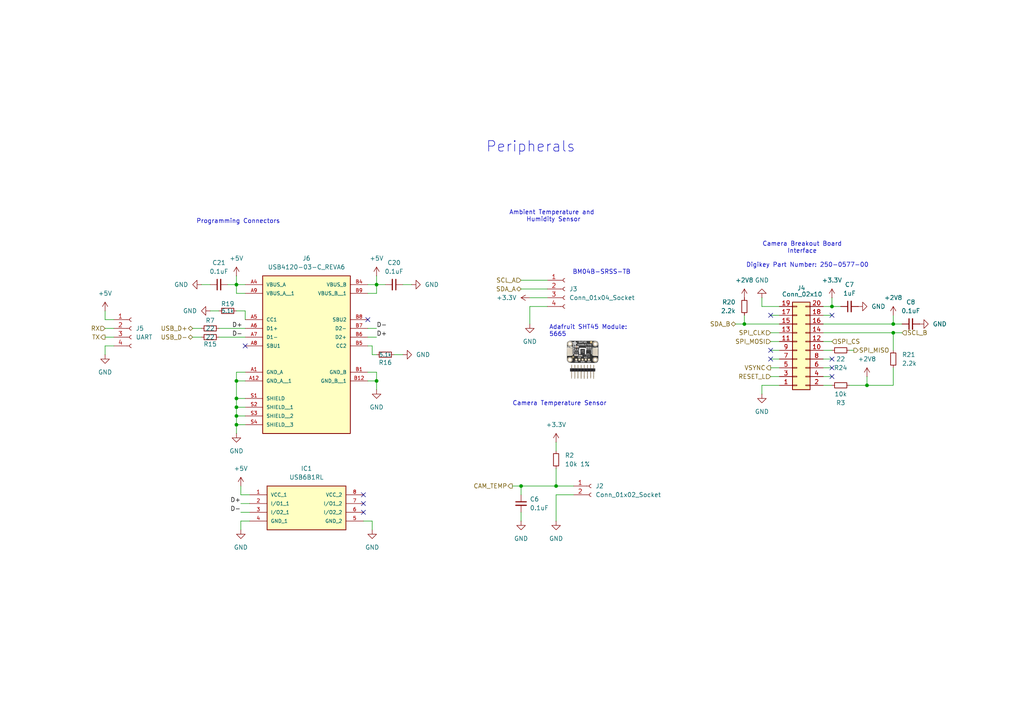
<source format=kicad_sch>
(kicad_sch (version 20231120) (generator "eeschema") (generator_version "8.0")
  (paper "A4")
  (lib_symbols
    (symbol "Connector:Conn_01x02_Socket" (pin_names (offset 1.016) hide)
      (property "Reference" "J" (at 0 2.54 0))
      (property "Value" "Conn_01x02_Socket" (at 0 -5.08 0))
      (symbol "Conn_01x02_Socket_1_1"
        (arc (start 0 -2.032) (mid -0.5058 -2.54) (end 0 -3.048) (stroke (width 0.1524)))
        (polyline (pts (xy -1.27 -2.54) (xy -0.508 -2.54)) (stroke (width 0.1524)))
        (polyline (pts (xy -1.27 0) (xy -0.508 0)) (stroke (width 0.1524)))
        (arc (start 0 0.508) (mid -0.5058 0) (end 0 -0.508) (stroke (width 0.1524)))
        (pin passive line (at -5.08 0 0) (length 3.81) (name "Pin_1") (number "1"))
        (pin passive line (at -5.08 -2.54 0) (length 3.81) (name "Pin_2") (number "2"))
      )
    )
    (symbol "Connector:Conn_01x04_Socket" (pin_names (offset 1.016) hide)
      (property "Reference" "J" (at 0 5.08 0))
      (property "Value" "Conn_01x04_Socket" (at 0 -7.62 0))
      (symbol "Conn_01x04_Socket_1_1"
        (arc (start 0 -4.572) (mid -0.5058 -5.08) (end 0 -5.588) (stroke (width 0.1524)))
        (arc (start 0 -2.032) (mid -0.5058 -2.54) (end 0 -3.048) (stroke (width 0.1524)))
        (polyline (pts (xy -1.27 -5.08) (xy -0.508 -5.08)) (stroke (width 0.1524)))
        (polyline (pts (xy -1.27 -2.54) (xy -0.508 -2.54)) (stroke (width 0.1524)))
        (polyline (pts (xy -1.27 0) (xy -0.508 0)) (stroke (width 0.1524)))
        (polyline (pts (xy -1.27 2.54) (xy -0.508 2.54)) (stroke (width 0.1524)))
        (arc (start 0 0.508) (mid -0.5058 0) (end 0 -0.508) (stroke (width 0.1524)))
        (arc (start 0 3.048) (mid -0.5058 2.54) (end 0 2.032) (stroke (width 0.1524)))
        (pin passive line (at -5.08 2.54 0) (length 3.81) (name "Pin_1") (number "1"))
        (pin passive line (at -5.08 0 0) (length 3.81) (name "Pin_2") (number "2"))
        (pin passive line (at -5.08 -2.54 0) (length 3.81) (name "Pin_3") (number "3"))
        (pin passive line (at -5.08 -5.08 0) (length 3.81) (name "Pin_4") (number "4"))
      )
    )
    (symbol "Connector_Generic:Conn_02x10_Odd_Even" (pin_names (offset 1.016) hide)
      (property "Reference" "J" (at 1.27 12.7 0))
      (property "Value" "Conn_02x10_Odd_Even" (at 1.27 -15.24 0))
      (symbol "Conn_02x10_Odd_Even_1_1"
        (rectangle (start -1.27 -12.573) (end 0 -12.827) (stroke (width 0.1524)))
        (rectangle (start -1.27 -10.033) (end 0 -10.287) (stroke (width 0.1524)))
        (rectangle (start -1.27 -7.493) (end 0 -7.747) (stroke (width 0.1524)))
        (rectangle (start -1.27 -4.953) (end 0 -5.207) (stroke (width 0.1524)))
        (rectangle (start -1.27 -2.413) (end 0 -2.667) (stroke (width 0.1524)))
        (rectangle (start -1.27 0.127) (end 0 -0.127) (stroke (width 0.1524)))
        (rectangle (start -1.27 2.667) (end 0 2.413) (stroke (width 0.1524)))
        (rectangle (start -1.27 5.207) (end 0 4.953) (stroke (width 0.1524)))
        (rectangle (start -1.27 7.747) (end 0 7.493) (stroke (width 0.1524)))
        (rectangle (start -1.27 10.287) (end 0 10.033) (stroke (width 0.1524)))
        (rectangle (start -1.27 11.43) (end 3.81 -13.97) (stroke (width 0.254)) (fill (type background)))
        (rectangle (start 3.81 -12.573) (end 2.54 -12.827) (stroke (width 0.1524)))
        (rectangle (start 3.81 -10.033) (end 2.54 -10.287) (stroke (width 0.1524)))
        (rectangle (start 3.81 -7.493) (end 2.54 -7.747) (stroke (width 0.1524)))
        (rectangle (start 3.81 -4.953) (end 2.54 -5.207) (stroke (width 0.1524)))
        (rectangle (start 3.81 -2.413) (end 2.54 -2.667) (stroke (width 0.1524)))
        (rectangle (start 3.81 0.127) (end 2.54 -0.127) (stroke (width 0.1524)))
        (rectangle (start 3.81 2.667) (end 2.54 2.413) (stroke (width 0.1524)))
        (rectangle (start 3.81 5.207) (end 2.54 4.953) (stroke (width 0.1524)))
        (rectangle (start 3.81 7.747) (end 2.54 7.493) (stroke (width 0.1524)))
        (rectangle (start 3.81 10.287) (end 2.54 10.033) (stroke (width 0.1524)))
        (pin passive line (at -5.08 10.16 0) (length 3.81) (name "Pin_1") (number "1"))
        (pin passive line (at 7.62 0 180) (length 3.81) (name "Pin_10") (number "10"))
        (pin passive line (at -5.08 -2.54 0) (length 3.81) (name "Pin_11") (number "11"))
        (pin passive line (at 7.62 -2.54 180) (length 3.81) (name "Pin_12") (number "12"))
        (pin passive line (at -5.08 -5.08 0) (length 3.81) (name "Pin_13") (number "13"))
        (pin passive line (at 7.62 -5.08 180) (length 3.81) (name "Pin_14") (number "14"))
        (pin passive line (at -5.08 -7.62 0) (length 3.81) (name "Pin_15") (number "15"))
        (pin passive line (at 7.62 -7.62 180) (length 3.81) (name "Pin_16") (number "16"))
        (pin passive line (at -5.08 -10.16 0) (length 3.81) (name "Pin_17") (number "17"))
        (pin passive line (at 7.62 -10.16 180) (length 3.81) (name "Pin_18") (number "18"))
        (pin passive line (at -5.08 -12.7 0) (length 3.81) (name "Pin_19") (number "19"))
        (pin passive line (at 7.62 10.16 180) (length 3.81) (name "Pin_2") (number "2"))
        (pin passive line (at 7.62 -12.7 180) (length 3.81) (name "Pin_20") (number "20"))
        (pin passive line (at -5.08 7.62 0) (length 3.81) (name "Pin_3") (number "3"))
        (pin passive line (at 7.62 7.62 180) (length 3.81) (name "Pin_4") (number "4"))
        (pin passive line (at -5.08 5.08 0) (length 3.81) (name "Pin_5") (number "5"))
        (pin passive line (at 7.62 5.08 180) (length 3.81) (name "Pin_6") (number "6"))
        (pin passive line (at -5.08 2.54 0) (length 3.81) (name "Pin_7") (number "7"))
        (pin passive line (at 7.62 2.54 180) (length 3.81) (name "Pin_8") (number "8"))
        (pin passive line (at -5.08 0 0) (length 3.81) (name "Pin_9") (number "9"))
      )
    )
    (symbol "Device:C_Small" (pin_numbers hide) (pin_names (offset 0.254) hide)
      (property "Reference" "C" (at 0.254 1.778 0))
      (property "Value" "C_Small" (at 0.254 -2.032 0))
      (symbol "C_Small_0_1"
        (polyline (pts (xy -1.524 -0.508) (xy 1.524 -0.508)) (stroke (width 0.3302)))
        (polyline (pts (xy -1.524 0.508) (xy 1.524 0.508)) (stroke (width 0.3048)))
      )
      (symbol "C_Small_1_1"
        (pin passive line (at 0 2.54 270) (length 2.032) (name "~") (number "1"))
        (pin passive line (at 0 -2.54 90) (length 2.032) (name "~") (number "2"))
      )
    )
    (symbol "Device:R_Small" (pin_numbers hide) (pin_names (offset 0.254) hide)
      (property "Reference" "R" (at 0.762 0.508 0))
      (property "Value" "R_Small" (at 0.762 -1.016 0))
      (symbol "R_Small_0_1"
        (rectangle (start -0.762 1.778) (end 0.762 -1.778) (stroke (width 0.2032)))
      )
      (symbol "R_Small_1_1"
        (pin passive line (at 0 2.54 270) (length 0.762) (name "~") (number "1"))
        (pin passive line (at 0 -2.54 90) (length 0.762) (name "~") (number "2"))
      )
    )
    (symbol "USB4120-03-C_REVA6:USB4120-03-C_REVA6" (pin_names (offset 1.016))
      (property "Reference" "J" (at -12.7 16.002 0))
      (property "Value" "USB4120-03-C_REVA6" (at -12.7 -31.242 0))
      (symbol "USB4120-03-C_REVA6_0_0"
        (rectangle (start -12.7 -30.48) (end 12.7 15.24) (stroke (width 0.254)) (fill (type background)))
        (pin power_in line (at -17.78 -12.7 0) (length 5.08) (name "GND_A") (number "A1"))
        (pin power_in line (at -17.78 -15.24 0) (length 5.08) (name "GND_A__1") (number "A12"))
        (pin power_in line (at -17.78 12.7 0) (length 5.08) (name "VBUS_A") (number "A4"))
        (pin bidirectional line (at -17.78 2.54 0) (length 5.08) (name "CC1") (number "A5"))
        (pin bidirectional line (at -17.78 0 0) (length 5.08) (name "D1+") (number "A6"))
        (pin bidirectional line (at -17.78 -2.54 0) (length 5.08) (name "D1-") (number "A7"))
        (pin bidirectional line (at -17.78 -5.08 0) (length 5.08) (name "SBU1") (number "A8"))
        (pin power_in line (at -17.78 10.16 0) (length 5.08) (name "VBUS_A__1") (number "A9"))
        (pin power_in line (at 17.78 -12.7 180) (length 5.08) (name "GND_B") (number "B1"))
        (pin power_in line (at 17.78 -15.24 180) (length 5.08) (name "GND_B__1") (number "B12"))
        (pin power_in line (at 17.78 12.7 180) (length 5.08) (name "VBUS_B") (number "B4"))
        (pin bidirectional line (at 17.78 -5.08 180) (length 5.08) (name "CC2") (number "B5"))
        (pin bidirectional line (at 17.78 -2.54 180) (length 5.08) (name "D2+") (number "B6"))
        (pin bidirectional line (at 17.78 0 180) (length 5.08) (name "D2-") (number "B7"))
        (pin bidirectional line (at 17.78 2.54 180) (length 5.08) (name "SBU2") (number "B8"))
        (pin power_in line (at 17.78 10.16 180) (length 5.08) (name "VBUS_B__1") (number "B9"))
        (pin passive line (at -17.78 -20.32 0) (length 5.08) (name "SHIELD") (number "S1"))
        (pin passive line (at -17.78 -22.86 0) (length 5.08) (name "SHIELD__1") (number "S2"))
        (pin passive line (at -17.78 -25.4 0) (length 5.08) (name "SHIELD__2") (number "S3"))
        (pin passive line (at -17.78 -27.94 0) (length 5.08) (name "SHIELD__3") (number "S4"))
      )
    )
    (symbol "USB6B1RL:USB6B1RL" (pin_names (offset 1.016))
      (property "Reference" "IC" (at 29.21 7.62 0))
      (property "Value" "USB6B1RL" (at 29.21 5.08 0))
      (symbol "USB6B1RL_0_0"
        (rectangle (start 5.08 -10.16) (end 27.94 2.54) (stroke (width 0.254)) (fill (type background)))
        (pin bidirectional line (at 0 0 0) (length 5.08) (name "VCC_1") (number "1"))
        (pin bidirectional line (at 0 -2.54 0) (length 5.08) (name "I/O1_1") (number "2"))
        (pin bidirectional line (at 0 -5.08 0) (length 5.08) (name "I/O2_1") (number "3"))
        (pin bidirectional line (at 0 -7.62 0) (length 5.08) (name "GND_1") (number "4"))
        (pin bidirectional line (at 33.02 -7.62 180) (length 5.08) (name "GND_2") (number "5"))
        (pin bidirectional line (at 33.02 -5.08 180) (length 5.08) (name "I/O2_2") (number "6"))
        (pin bidirectional line (at 33.02 -2.54 180) (length 5.08) (name "I/O1_2") (number "7"))
        (pin bidirectional line (at 33.02 0 180) (length 5.08) (name "VCC_2") (number "8"))
      )
    )
    (symbol "power:+2V8" (power) (pin_numbers hide) (pin_names (offset 0) hide)
      (property "Value" "+2V8" (at 0 3.556 0))
      (symbol "+2V8_0_1"
        (polyline (pts (xy -0.762 1.27) (xy 0 2.54)))
        (polyline (pts (xy 0 0) (xy 0 2.54)))
        (polyline (pts (xy 0 2.54) (xy 0.762 1.27)))
      )
      (symbol "+2V8_1_1"
        (pin power_in line (at 0 0 90) (length 0) (name "~") (number "1"))
      )
    )
    (symbol "power:+3.3V" (power) (pin_numbers hide) (pin_names (offset 0) hide)
      (property "Value" "+3.3V" (at 0 3.556 0))
      (symbol "+3.3V_0_1"
        (polyline (pts (xy -0.762 1.27) (xy 0 2.54)))
        (polyline (pts (xy 0 0) (xy 0 2.54)))
        (polyline (pts (xy 0 2.54) (xy 0.762 1.27)))
      )
      (symbol "+3.3V_1_1"
        (pin power_in line (at 0 0 90) (length 0) (name "~") (number "1"))
      )
    )
    (symbol "power:+5V" (power) (pin_numbers hide) (pin_names (offset 0) hide)
      (property "Value" "+5V" (at 0 3.556 0))
      (symbol "+5V_0_1"
        (polyline (pts (xy -0.762 1.27) (xy 0 2.54)))
        (polyline (pts (xy 0 0) (xy 0 2.54)))
        (polyline (pts (xy 0 2.54) (xy 0.762 1.27)))
      )
      (symbol "+5V_1_1"
        (pin power_in line (at 0 0 90) (length 0) (name "~") (number "1"))
      )
    )
    (symbol "power:GND" (power) (pin_numbers hide) (pin_names (offset 0) hide)
      (property "Value" "GND" (at 0 -3.81 0))
      (symbol "GND_0_1"
        (polyline (pts (xy 0 0) (xy 0 -1.27) (xy 1.27 -1.27) (xy 0 -2.54) (xy -1.27 -1.27) (xy 0 -1.27)))
      )
      (symbol "GND_1_1"
        (pin power_in line (at 0 0 270) (length 0) (name "~") (number "1"))
      )
    )
  )
  (junction (at 68.58 118.11))
  (junction (at 251.46 111.76))
  (junction (at 68.58 82.55))
  (junction (at 241.3 88.9))
  (junction (at 259.08 96.52))
  (junction (at 259.08 93.98))
  (junction (at 68.58 123.19))
  (junction (at 109.22 82.55))
  (junction (at 215.9 93.98))
  (junction (at 68.58 115.57))
  (junction (at 68.58 120.65))
  (junction (at 68.58 110.49))
  (junction (at 161.29 140.97))
  (junction (at 151.13 140.97))
  (junction (at 109.22 110.49))
  (no_connect (at 241.3 91.44))
  (no_connect (at 223.52 101.6))
  (no_connect (at 223.52 104.14))
  (no_connect (at 105.41 146.05))
  (no_connect (at 241.3 104.14))
  (no_connect (at 105.41 143.51))
  (no_connect (at 223.52 91.44))
  (no_connect (at 241.3 109.22))
  (no_connect (at 71.12 100.33))
  (no_connect (at 106.68 92.71))
  (no_connect (at 241.3 106.68))
  (no_connect (at 105.41 148.59))
  (wire (pts (xy 215.9 93.98) (xy 226.06 93.98)))
  (wire (pts (xy 68.58 118.11) (xy 71.12 118.11)))
  (wire (pts (xy 69.85 151.13) (xy 69.85 153.67)))
  (wire (pts (xy 151.13 140.97) (xy 151.13 143.51)))
  (wire (pts (xy 71.12 82.55) (xy 68.58 82.55)))
  (wire (pts (xy 161.29 135.89) (xy 161.29 140.97)))
  (wire (pts (xy 220.98 111.76) (xy 226.06 111.76)))
  (wire (pts (xy 106.68 97.79) (xy 109.22 97.79)))
  (wire (pts (xy 148.59 140.97) (xy 151.13 140.97)))
  (wire (pts (xy 109.22 82.55) (xy 109.22 85.09)))
  (wire (pts (xy 153.67 88.9) (xy 153.67 93.98)))
  (wire (pts (xy 105.41 151.13) (xy 107.95 151.13)))
  (wire (pts (xy 220.98 111.76) (xy 220.98 114.3)))
  (wire (pts (xy 69.85 146.05) (xy 72.39 146.05)))
  (wire (pts (xy 107.95 151.13) (xy 107.95 153.67)))
  (wire (pts (xy 151.13 83.82) (xy 158.75 83.82)))
  (wire (pts (xy 58.42 82.55) (xy 60.96 82.55)))
  (wire (pts (xy 109.22 85.09) (xy 106.68 85.09)))
  (wire (pts (xy 223.52 106.68) (xy 226.06 106.68)))
  (wire (pts (xy 68.58 120.65) (xy 71.12 120.65)))
  (wire (pts (xy 246.38 111.76) (xy 251.46 111.76)))
  (wire (pts (xy 223.52 104.14) (xy 226.06 104.14)))
  (wire (pts (xy 72.39 143.51) (xy 69.85 143.51)))
  (wire (pts (xy 238.76 104.14) (xy 241.3 104.14)))
  (wire (pts (xy 33.02 100.33) (xy 30.48 100.33)))
  (wire (pts (xy 60.96 90.17) (xy 63.5 90.17)))
  (wire (pts (xy 161.29 128.27) (xy 161.29 130.81)))
  (wire (pts (xy 30.48 90.17) (xy 30.48 92.71)))
  (wire (pts (xy 68.58 110.49) (xy 68.58 115.57)))
  (wire (pts (xy 68.58 123.19) (xy 68.58 125.73)))
  (wire (pts (xy 238.76 106.68) (xy 241.3 106.68)))
  (wire (pts (xy 58.42 97.79) (xy 55.88 97.79)))
  (wire (pts (xy 109.22 110.49) (xy 109.22 113.03)))
  (wire (pts (xy 69.85 148.59) (xy 72.39 148.59)))
  (wire (pts (xy 68.58 85.09) (xy 71.12 85.09)))
  (wire (pts (xy 153.67 86.36) (xy 158.75 86.36)))
  (wire (pts (xy 116.84 102.87) (xy 114.3 102.87)))
  (wire (pts (xy 238.76 91.44) (xy 241.3 91.44)))
  (wire (pts (xy 109.22 80.01) (xy 109.22 82.55)))
  (wire (pts (xy 259.08 96.52) (xy 259.08 101.6)))
  (wire (pts (xy 259.08 91.44) (xy 259.08 93.98)))
  (wire (pts (xy 166.37 140.97) (xy 161.29 140.97)))
  (wire (pts (xy 259.08 111.76) (xy 251.46 111.76)))
  (wire (pts (xy 251.46 109.22) (xy 251.46 111.76)))
  (wire (pts (xy 213.36 93.98) (xy 215.9 93.98)))
  (wire (pts (xy 223.52 91.44) (xy 226.06 91.44)))
  (wire (pts (xy 68.58 118.11) (xy 68.58 120.65)))
  (wire (pts (xy 30.48 100.33) (xy 30.48 102.87)))
  (wire (pts (xy 106.68 82.55) (xy 109.22 82.55)))
  (wire (pts (xy 107.95 102.87) (xy 107.95 100.33)))
  (wire (pts (xy 68.58 120.65) (xy 68.58 123.19)))
  (wire (pts (xy 71.12 90.17) (xy 71.12 92.71)))
  (wire (pts (xy 223.52 109.22) (xy 226.06 109.22)))
  (wire (pts (xy 241.3 88.9) (xy 243.84 88.9)))
  (wire (pts (xy 238.76 99.06) (xy 241.3 99.06)))
  (wire (pts (xy 223.52 101.6) (xy 226.06 101.6)))
  (wire (pts (xy 33.02 92.71) (xy 30.48 92.71)))
  (wire (pts (xy 220.98 88.9) (xy 226.06 88.9)))
  (wire (pts (xy 238.76 88.9) (xy 241.3 88.9)))
  (wire (pts (xy 259.08 106.68) (xy 259.08 111.76)))
  (wire (pts (xy 72.39 151.13) (xy 69.85 151.13)))
  (wire (pts (xy 151.13 81.28) (xy 158.75 81.28)))
  (wire (pts (xy 30.48 97.79) (xy 33.02 97.79)))
  (wire (pts (xy 106.68 107.95) (xy 109.22 107.95)))
  (wire (pts (xy 223.52 99.06) (xy 226.06 99.06)))
  (wire (pts (xy 119.38 82.55) (xy 116.84 82.55)))
  (wire (pts (xy 68.58 90.17) (xy 71.12 90.17)))
  (wire (pts (xy 68.58 123.19) (xy 71.12 123.19)))
  (wire (pts (xy 68.58 115.57) (xy 71.12 115.57)))
  (wire (pts (xy 158.75 88.9) (xy 153.67 88.9)))
  (wire (pts (xy 241.3 86.36) (xy 241.3 88.9)))
  (wire (pts (xy 71.12 107.95) (xy 68.58 107.95)))
  (wire (pts (xy 68.58 110.49) (xy 71.12 110.49)))
  (wire (pts (xy 220.98 86.36) (xy 220.98 88.9)))
  (wire (pts (xy 106.68 110.49) (xy 109.22 110.49)))
  (wire (pts (xy 58.42 95.25) (xy 55.88 95.25)))
  (wire (pts (xy 66.04 82.55) (xy 68.58 82.55)))
  (wire (pts (xy 238.76 109.22) (xy 241.3 109.22)))
  (wire (pts (xy 63.5 95.25) (xy 71.12 95.25)))
  (wire (pts (xy 106.68 95.25) (xy 109.22 95.25)))
  (wire (pts (xy 63.5 97.79) (xy 71.12 97.79)))
  (wire (pts (xy 68.58 107.95) (xy 68.58 110.49)))
  (wire (pts (xy 111.76 82.55) (xy 109.22 82.55)))
  (wire (pts (xy 68.58 115.57) (xy 68.58 118.11)))
  (wire (pts (xy 107.95 100.33) (xy 106.68 100.33)))
  (wire (pts (xy 30.48 95.25) (xy 33.02 95.25)))
  (wire (pts (xy 215.9 91.44) (xy 215.9 93.98)))
  (wire (pts (xy 238.76 93.98) (xy 259.08 93.98)))
  (wire (pts (xy 259.08 93.98) (xy 261.62 93.98)))
  (wire (pts (xy 247.65 101.6) (xy 246.38 101.6)))
  (wire (pts (xy 69.85 140.97) (xy 69.85 143.51)))
  (wire (pts (xy 151.13 148.59) (xy 151.13 151.13)))
  (wire (pts (xy 238.76 111.76) (xy 241.3 111.76)))
  (wire (pts (xy 166.37 143.51) (xy 161.29 143.51)))
  (wire (pts (xy 238.76 96.52) (xy 259.08 96.52)))
  (wire (pts (xy 161.29 143.51) (xy 161.29 151.13)))
  (wire (pts (xy 109.22 102.87) (xy 107.95 102.87)))
  (wire (pts (xy 238.76 101.6) (xy 241.3 101.6)))
  (wire (pts (xy 151.13 140.97) (xy 161.29 140.97)))
  (wire (pts (xy 259.08 96.52) (xy 261.62 96.52)))
  (wire (pts (xy 68.58 82.55) (xy 68.58 85.09)))
  (wire (pts (xy 109.22 107.95) (xy 109.22 110.49)))
  (wire (pts (xy 223.52 96.52) (xy 226.06 96.52)))
  (wire (pts (xy 68.58 80.01) (xy 68.58 82.55)))
  (image (at 168.91 104.14) (scale 0.131925))
  (text "Camera Temperature Sensor" (at 162.306 117.094 0) (effects (font (size 1.27 1.27))))
  (text "Programming Connectors" (at 69.088 64.262 0) (effects (font (size 1.27 1.27))))
  (text "Digikey Part Number: 250-0577-00" (at 234.188 76.962 0) (effects (font (size 1.27 1.27))))
  (text "Ambient Temperature and \nHumidity Sensor" (at 160.528 62.738 0) (effects (font (size 1.27 1.27))))
  (text "Camera Breakout Board\nInterface" (at 232.664 71.882 0) (effects (font (size 1.27 1.27))))
  (text "Peripherals" (at 153.924 42.672 0) (effects (font (size 3.048 3.048))))
  (text "BM04B-SRSS-TB" (at 174.498 78.994 0) (effects (font (size 1.27 1.27))))
  (text "Adafruit SHT45 Module: 	\n5665" (at 159.258 96.012 0) (effects (font (size 1.27 1.27)) (justify left)))
  (label "D-" (at 67.31 97.79 0))
  (label "D-" (at 109.22 95.25 0))
  (label "D+" (at 109.22 97.79 0))
  (label "D-" (at 69.85 148.59 180))
  (label "D+" (at 67.31 95.25 0))
  (label "D+" (at 69.85 146.05 180))
  (hierarchical_label "SPI_CLK" (shape input) (at 223.52 96.52 180))
  (hierarchical_label "SCL_B" (shape input) (at 261.62 96.52 0))
  (hierarchical_label "SPI_CS" (shape input) (at 241.3 99.06 0))
  (hierarchical_label "SCL_A" (shape input) (at 151.13 81.28 180))
  (hierarchical_label "RESET_L" (shape input) (at 223.52 109.22 180))
  (hierarchical_label "SDA_B" (shape bidirectional) (at 213.36 93.98 180))
  (hierarchical_label "VSYNC" (shape output) (at 223.52 106.68 180))
  (hierarchical_label "SDA_A" (shape bidirectional) (at 151.13 83.82 180))
  (hierarchical_label "TX" (shape output) (at 30.48 97.79 180))
  (hierarchical_label "USB_D-" (shape bidirectional) (at 55.88 97.79 180))
  (hierarchical_label "SPI_MISO" (shape output) (at 247.65 101.6 0))
  (hierarchical_label "RX" (shape input) (at 30.48 95.25 180))
  (hierarchical_label "USB_D+" (shape bidirectional) (at 55.88 95.25 180))
  (hierarchical_label "CAM_TEMP" (shape output) (at 148.59 140.97 180))
  (hierarchical_label "SPI_MOSI" (shape input) (at 223.52 99.06 180))
  (symbol (lib_id "power:GND") (at 153.67 93.98 0) (unit 1)
    (property "Reference" "#PWR011" (effects (hide yes)))
    (property "Value" "GND" (at 153.67 99.06 0))
    (property "Description" "Power symbol creates a global label with name \"GND\" , ground" (effects (hide yes)))
  )
  (symbol (lib_id "power:GND") (at 107.95 153.67 0) (mirror y) (unit 1)
    (property "Reference" "#PWR055" (effects (hide yes)))
    (property "Value" "GND" (at 107.95 158.75 0))
    (property "Description" "Power symbol creates a global label with name \"GND\" , ground" (effects (hide yes)))
  )
  (symbol (lib_id "power:GND") (at 161.29 151.13 0) (unit 1)
    (property "Reference" "#PWR09" (effects (hide yes)))
    (property "Value" "GND" (at 161.29 156.21 0))
    (property "Description" "Power symbol creates a global label with name \"GND\" , ground" (effects (hide yes)))
  )
  (symbol (lib_id "power:GND") (at 151.13 151.13 0) (unit 1)
    (property "Reference" "#PWR07" (effects (hide yes)))
    (property "Value" "GND" (at 151.13 156.21 0))
    (property "Description" "Power symbol creates a global label with name \"GND\" , ground" (effects (hide yes)))
  )
  (symbol (lib_id "power:GND") (at 220.98 86.36 180) (unit 1)
    (property "Reference" "#PWR012" (effects (hide yes)))
    (property "Value" "GND" (at 220.98 81.28 0))
    (property "Description" "Power symbol creates a global label with name \"GND\" , ground" (effects (hide yes)))
  )
  (symbol (lib_id "power:+5V") (at 69.85 140.97 0) (unit 1)
    (property "Reference" "#PWR070" (effects (hide yes)))
    (property "Value" "+5V" (at 69.85 135.89 0))
    (property "Description" "Power symbol creates a global label with name \"+5V\"" (effects (hide yes)))
  )
  (symbol (lib_id "Device:R_Small") (at 243.84 101.6 90) (unit 1)
    (property "Reference" "R24" (at 243.84 106.68 90))
    (property "Value" "22" (at 243.84 104.14 90))
    (property "Footprint" "Resistor_SMD:R_0805_2012Metric_Pad1.20x1.40mm_HandSolder" (effects (hide yes)))
    (property "Description" "Resistor, small symbol" (effects (hide yes)))
  )
  (symbol (lib_id "Device:C_Small") (at 114.3 82.55 270) (mirror x) (unit 1)
    (property "Reference" "C20" (at 114.2937 76.2 90))
    (property "Value" "0.1uF" (at 114.2937 78.74 90))
    (property "Footprint" "Capacitor_SMD:C_0805_2012Metric_Pad1.18x1.45mm_HandSolder" (effects (hide yes)))
    (property "Description" "Unpolarized capacitor, small symbol" (effects (hide yes)))
  )
  (symbol (lib_id "Device:R_Small") (at 161.29 133.35 0) (mirror y) (unit 1)
    (property "Reference" "R2" (at 163.83 132.0799 0) (effects (justify right)))
    (property "Value" "10k 1%" (at 163.83 134.6199 0) (effects (justify right)))
    (property "Footprint" "Resistor_SMD:R_0805_2012Metric_Pad1.20x1.40mm_HandSolder" (effects (hide yes)))
    (property "Description" "Resistor, small symbol" (effects (hide yes)))
  )
  (symbol (lib_id "Device:C_Small") (at 246.38 88.9 90) (unit 1)
    (property "Reference" "C7" (at 246.3863 82.55 90))
    (property "Value" "1uF" (at 246.3863 85.09 90))
    (property "Footprint" "Capacitor_SMD:C_0805_2012Metric_Pad1.18x1.45mm_HandSolder" (effects (hide yes)))
    (property "Description" "Unpolarized capacitor, small symbol" (effects (hide yes)))
  )
  (symbol (lib_id "Device:R_Small") (at 259.08 104.14 180) (unit 1)
    (property "Reference" "R21" (at 261.62 102.8699 0) (effects (justify right)))
    (property "Value" "2.2k" (at 261.62 105.4099 0) (effects (justify right)))
    (property "Footprint" "Resistor_SMD:R_0805_2012Metric_Pad1.20x1.40mm_HandSolder" (effects (hide yes)))
    (property "Description" "Resistor, small symbol" (effects (hide yes)))
  )
  (symbol (lib_id "power:+5V") (at 109.22 80.01 0) (mirror y) (unit 1)
    (property "Reference" "#PWR066" (effects (hide yes)))
    (property "Value" "+5V" (at 109.22 74.93 0))
    (property "Description" "Power symbol creates a global label with name \"+5V\"" (effects (hide yes)))
  )
  (symbol (lib_id "power:GND") (at 266.7 93.98 90) (unit 1)
    (property "Reference" "#PWR018" (effects (hide yes)))
    (property "Value" "GND" (at 270.51 93.9799 90) (effects (justify right)))
    (property "Description" "Power symbol creates a global label with name \"GND\" , ground" (effects (hide yes)))
  )
  (symbol (lib_id "power:+3.3V") (at 153.67 86.36 90) (unit 1)
    (property "Reference" "#PWR010" (effects (hide yes)))
    (property "Value" "+3.3V" (at 149.86 86.3599 90) (effects (justify left)))
    (property "Description" "Power symbol creates a global label with name \"+3.3V\"" (effects (hide yes)))
  )
  (symbol (lib_id "Device:R_Small") (at 111.76 102.87 270) (mirror x) (unit 1)
    (property "Reference" "R16" (at 111.76 105.156 90))
    (property "Value" "5.1k" (at 111.76 102.87 90) (effects (font (size 1.0668 1.0668))))
    (property "Footprint" "Resistor_SMD:R_0805_2012Metric_Pad1.20x1.40mm_HandSolder" (effects (hide yes)))
    (property "Description" "Resistor, small symbol" (effects (hide yes)))
  )
  (symbol (lib_id "Device:R_Small") (at 60.96 95.25 270) (mirror x) (unit 1)
    (property "Reference" "R7" (at 60.96 92.964 90))
    (property "Value" "22" (at 60.96 95.25 90))
    (property "Footprint" "Resistor_SMD:R_0805_2012Metric_Pad1.20x1.40mm_HandSolder" (effects (hide yes)))
    (property "Description" "Resistor, small symbol" (effects (hide yes)))
  )
  (symbol (lib_id "Device:C_Small") (at 151.13 146.05 0) (unit 1)
    (property "Reference" "C6" (at 153.67 144.7862 0) (effects (justify left)))
    (property "Value" "0.1uF" (at 153.67 147.3262 0) (effects (justify left)))
    (property "Footprint" "Capacitor_SMD:C_0805_2012Metric_Pad1.18x1.45mm_HandSolder" (effects (hide yes)))
    (property "Description" "Unpolarized capacitor, small symbol" (effects (hide yes)))
  )
  (symbol (lib_id "Connector:Conn_01x04_Socket") (at 38.1 95.25 0) (unit 1)
    (property "Reference" "J5" (at 39.37 95.2499 0) (effects (justify left)))
    (property "Value" "UART" (at 39.37 97.7899 0) (effects (justify left)))
    (property "Footprint" "footprints:CONN4_BM04B-SRSS_JST" (effects (hide yes)))
    (property "Description" "Generic connector, single row, 01x04, script generated" (effects (hide yes)))
  )
  (symbol (lib_id "power:GND") (at 68.58 125.73 0) (mirror y) (unit 1)
    (property "Reference" "#PWR065" (effects (hide yes)))
    (property "Value" "GND" (at 68.58 130.81 0))
    (property "Description" "Power symbol creates a global label with name \"GND\" , ground" (effects (hide yes)))
  )
  (symbol (lib_id "power:GND") (at 119.38 82.55 90) (mirror x) (unit 1)
    (property "Reference" "#PWR067" (effects (hide yes)))
    (property "Value" "GND" (at 123.19 82.5499 90) (effects (justify right)))
    (property "Description" "Power symbol creates a global label with name \"GND\" , ground" (effects (hide yes)))
  )
  (symbol (lib_id "Device:R_Small") (at 66.04 90.17 270) (mirror x) (unit 1)
    (property "Reference" "R19" (at 66.04 88.138 90))
    (property "Value" "5.1k" (at 66.04 90.17 90) (effects (font (size 1.0668 1.0668))))
    (property "Footprint" "Resistor_SMD:R_0805_2012Metric_Pad1.20x1.40mm_HandSolder" (effects (hide yes)))
    (property "Description" "Resistor, small symbol" (effects (hide yes)))
  )
  (symbol (lib_id "Device:C_Small") (at 63.5 82.55 90) (unit 1)
    (property "Reference" "C21" (at 63.5063 76.2 90))
    (property "Value" "0.1uF" (at 63.5063 78.74 90))
    (property "Footprint" "Capacitor_SMD:C_0805_2012Metric_Pad1.18x1.45mm_HandSolder" (effects (hide yes)))
    (property "Description" "Unpolarized capacitor, small symbol" (effects (hide yes)))
  )
  (symbol (lib_id "power:GND") (at 30.48 102.87 0) (unit 1)
    (property "Reference" "#PWR061" (effects (hide yes)))
    (property "Value" "GND" (at 30.48 107.95 0))
    (property "Description" "Power symbol creates a global label with name \"GND\" , ground" (effects (hide yes)))
  )
  (symbol (lib_id "Device:R_Small") (at 243.84 111.76 90) (mirror x) (unit 1)
    (property "Reference" "R3" (at 243.84 116.84 90))
    (property "Value" "10k" (at 243.84 114.3 90))
    (property "Footprint" "Resistor_SMD:R_0805_2012Metric_Pad1.20x1.40mm_HandSolder" (effects (hide yes)))
    (property "Description" "Resistor, small symbol" (effects (hide yes)))
  )
  (symbol (lib_id "power:GND") (at 58.42 82.55 270) (unit 1)
    (property "Reference" "#PWR069" (effects (hide yes)))
    (property "Value" "GND" (at 54.61 82.5499 90) (effects (justify right)))
    (property "Description" "Power symbol creates a global label with name \"GND\" , ground" (effects (hide yes)))
  )
  (symbol (lib_id "power:+2V8") (at 215.9 86.36 0) (unit 1)
    (property "Reference" "#PWR052" (effects (hide yes)))
    (property "Value" "+2V8" (at 215.9 81.28 0))
    (property "Description" "Power symbol creates a global label with name \"+2V8\"" (effects (hide yes)))
  )
  (symbol (lib_id "Connector:Conn_01x02_Socket") (at 171.45 140.97 0) (unit 1)
    (property "Reference" "J2" (at 172.72 140.9699 0) (effects (justify left)))
    (property "Value" "Conn_01x02_Socket" (at 172.72 143.5099 0) (effects (justify left)))
    (property "Footprint" "TerminalBlock:TerminalBlock_Xinya_XY308-2.54-2P_1x02_P2.54mm_Horizontal" (effects (hide yes)))
    (property "Description" "Generic connector, single row, 01x02, script generated" (effects (hide yes)))
  )
  (symbol (lib_id "Connector_Generic:Conn_02x10_Odd_Even") (at 231.14 101.6 0) (mirror x) (unit 1)
    (property "Reference" "J4" (at 232.41 83.566 0))
    (property "Value" "Conn_02x10" (at 232.664 85.344 0))
    (property "Footprint" "Connector_PinHeader_2.54mm:PinHeader_2x10_P2.54mm_Vertical" (effects (hide yes)))
    (property "Description" "Generic connector, double row, 02x10, odd/even pin numbering scheme (row 1 odd numbers, row 2 even numbers), script generated (kicad-library-utils/schlib/autogen/connector/)" (effects (hide yes)))
  )
  (symbol (lib_id "power:GND") (at 248.92 88.9 90) (unit 1)
    (property "Reference" "#PWR015" (effects (hide yes)))
    (property "Value" "GND" (at 252.73 88.8999 90) (effects (justify right)))
    (property "Description" "Power symbol creates a global label with name \"GND\" , ground" (effects (hide yes)))
  )
  (symbol (lib_id "power:+2V8") (at 259.08 91.44 0) (unit 1)
    (property "Reference" "#PWR017" (effects (hide yes)))
    (property "Value" "+2V8" (at 259.08 86.36 0))
    (property "Description" "Power symbol creates a global label with name \"+2V8\"" (effects (hide yes)))
  )
  (symbol (lib_id "USB4120-03-C_REVA6:USB4120-03-C_REVA6") (at 88.9 95.25 0) (unit 1)
    (property "Reference" "J6" (at 88.9 74.93 0))
    (property "Value" "USB4120-03-C_REVA6" (at 88.9 77.47 0))
    (property "Footprint" "footprints:GCT_USB4120-03-C_REVA6" (effects (hide yes)))
    (property "PARTREV" "A6" (effects (hide yes)))
    (property "STANDARD" "Manufacturer Recommendations" (effects (hide yes)))
    (property "SNAPEDA_PN" "USB4120-03-C" (effects (hide yes)))
    (property "MAXIMUM_PACKAGE_HEIGHT" "6.5mm" (effects (hide yes)))
    (property "MANUFACTURER" "Global Connector Technology" (effects (hide yes)))
  )
  (symbol (lib_id "Device:R_Small") (at 215.9 88.9 0) (mirror x) (unit 1)
    (property "Reference" "R20" (at 213.36 87.6299 0) (effects (justify right)))
    (property "Value" "2.2k" (at 213.36 90.1699 0) (effects (justify right)))
    (property "Footprint" "Resistor_SMD:R_0805_2012Metric_Pad1.20x1.40mm_HandSolder" (effects (hide yes)))
    (property "Description" "Resistor, small symbol" (effects (hide yes)))
  )
  (symbol (lib_id "power:+2V8") (at 251.46 109.22 0) (unit 1)
    (property "Reference" "#PWR016" (effects (hide yes)))
    (property "Value" "+2V8" (at 251.46 104.14 0))
    (property "Description" "Power symbol creates a global label with name \"+2V8\"" (effects (hide yes)))
  )
  (symbol (lib_id "Device:C_Small") (at 264.16 93.98 90) (unit 1)
    (property "Reference" "C8" (at 264.1663 87.63 90))
    (property "Value" "0.1uF" (at 264.1663 90.17 90))
    (property "Footprint" "Capacitor_SMD:C_0805_2012Metric_Pad1.18x1.45mm_HandSolder" (effects (hide yes)))
    (property "Description" "Unpolarized capacitor, small symbol" (effects (hide yes)))
  )
  (symbol (lib_id "power:+3.3V") (at 161.29 128.27 0) (unit 1)
    (property "Reference" "#PWR08" (effects (hide yes)))
    (property "Value" "+3.3V" (at 161.29 123.19 0))
    (property "Description" "Power symbol creates a global label with name \"+3.3V\"" (effects (hide yes)))
  )
  (symbol (lib_id "power:+5V") (at 68.58 80.01 0) (unit 1)
    (property "Reference" "#PWR068" (effects (hide yes)))
    (property "Value" "+5V" (at 68.58 74.93 0))
    (property "Description" "Power symbol creates a global label with name \"+5V\"" (effects (hide yes)))
  )
  (symbol (lib_id "USB6B1RL:USB6B1RL") (at 72.39 143.51 0) (unit 1)
    (property "Reference" "IC1" (at 88.9 135.89 0))
    (property "Value" "USB6B1RL" (at 88.9 138.43 0))
    (property "Footprint" "footprints:SOIC127P600X175-8N" (effects (hide yes)))
    (property "MANUFACTURER_NAME" "STMicroelectronics" (effects (hide yes)))
    (property "MF" "STMicroelectronics" (effects (hide yes)))
    (property "MOUSER_PRICE-STOCK" "https://www.mouser.co.uk/ProductDetail/STMicroelectronics/USB6B1RL?qs=Ctxo64yJVFuZb8Hhk%2F3CCQ%3D%3D" (effects (hide yes)))
    (property "DESCRIPTION" "TVS Diode Array Bi-Directional USB6B1RL, 500W SOIC 8-Pin" (effects (hide yes)))
    (property "MOUSER_PART_NUMBER" "511-USB6B1RL" (effects (hide yes)))
    (property "Price" "None" (effects (hide yes)))
    (property "Package" "SOIC-8 STMicroelectronics" (effects (hide yes)))
    (property "Check_prices" "https://www.snapeda.com/parts/USB6B1RL/STMicroelectronics/view-part/?ref=eda" (effects (hide yes)))
    (property "HEIGHT" "1.75mm" (effects (hide yes)))
    (property "SnapEDA_Link" "https://www.snapeda.com/parts/USB6B1RL/STMicroelectronics/view-part/?ref=snap" (effects (hide yes)))
    (property "MP" "USB6B1RL" (effects (hide yes)))
    (property "Description_1" "\n                        \n                            - Clamp - Ipp Tvs Diode Surface Mount 8-SOIC\n                        \n" (effects (hide yes)))
    (property "Availability" "In Stock" (effects (hide yes)))
    (property "MANUFACTURER_PART_NUMBER" "USB6B1RL" (effects (hide yes)))
  )
  (symbol (lib_id "Connector:Conn_01x04_Socket") (at 163.83 83.82 0) (unit 1)
    (property "Reference" "J3" (at 165.1 83.8199 0) (effects (justify left)))
    (property "Value" "Conn_01x04_Socket" (at 165.1 86.3599 0) (effects (justify left)))
    (property "Footprint" "footprints:CONN4_BM04B-SRSS_JST" (effects (hide yes)))
    (property "Description" "Generic connector, single row, 01x04, script generated" (effects (hide yes)))
  )
  (symbol (lib_id "power:GND") (at 69.85 153.67 0) (mirror y) (unit 1)
    (property "Reference" "#PWR056" (effects (hide yes)))
    (property "Value" "GND" (at 69.85 158.75 0))
    (property "Description" "Power symbol creates a global label with name \"GND\" , ground" (effects (hide yes)))
  )
  (symbol (lib_id "power:GND") (at 60.96 90.17 270) (mirror x) (unit 1)
    (property "Reference" "#PWR062" (effects (hide yes)))
    (property "Value" "GND" (at 57.15 90.1699 90) (effects (justify right)))
    (property "Description" "Power symbol creates a global label with name \"GND\" , ground" (effects (hide yes)))
  )
  (symbol (lib_id "power:GND") (at 220.98 114.3 0) (unit 1)
    (property "Reference" "#PWR013" (effects (hide yes)))
    (property "Value" "GND" (at 220.98 119.38 0))
    (property "Description" "Power symbol creates a global label with name \"GND\" , ground" (effects (hide yes)))
  )
  (symbol (lib_id "power:+5V") (at 241.3 86.36 0) (unit 1)
    (property "Reference" "#PWR014" (effects (hide yes)))
    (property "Value" "+3.3V" (at 241.3 81.28 0))
    (property "Description" "Power symbol creates a global label with name \"+5V\"" (effects (hide yes)))
  )
  (symbol (lib_id "power:GND") (at 109.22 113.03 0) (mirror y) (unit 1)
    (property "Reference" "#PWR063" (effects (hide yes)))
    (property "Value" "GND" (at 109.22 118.11 0))
    (property "Description" "Power symbol creates a global label with name \"GND\" , ground" (effects (hide yes)))
  )
  (symbol (lib_id "Device:R_Small") (at 60.96 97.79 90) (mirror x) (unit 1)
    (property "Reference" "R15" (at 60.96 99.822 90))
    (property "Value" "22" (at 60.96 97.79 90))
    (property "Footprint" "Resistor_SMD:R_0805_2012Metric_Pad1.20x1.40mm_HandSolder" (effects (hide yes)))
    (property "Description" "Resistor, small symbol" (effects (hide yes)))
  )
  (symbol (lib_id "power:GND") (at 116.84 102.87 90) (mirror x) (unit 1)
    (property "Reference" "#PWR064" (effects (hide yes)))
    (property "Value" "GND" (at 120.65 102.8699 90) (effects (justify right)))
    (property "Description" "Power symbol creates a global label with name \"GND\" , ground" (effects (hide yes)))
  )
  (symbol (lib_id "power:+5V") (at 30.48 90.17 0) (unit 1)
    (property "Reference" "#PWR060" (effects (hide yes)))
    (property "Value" "+5V" (at 30.48 85.09 0))
    (property "Description" "Power symbol creates a global label with name \"+5V\"" (effects (hide yes)))
  )
)
</source>
